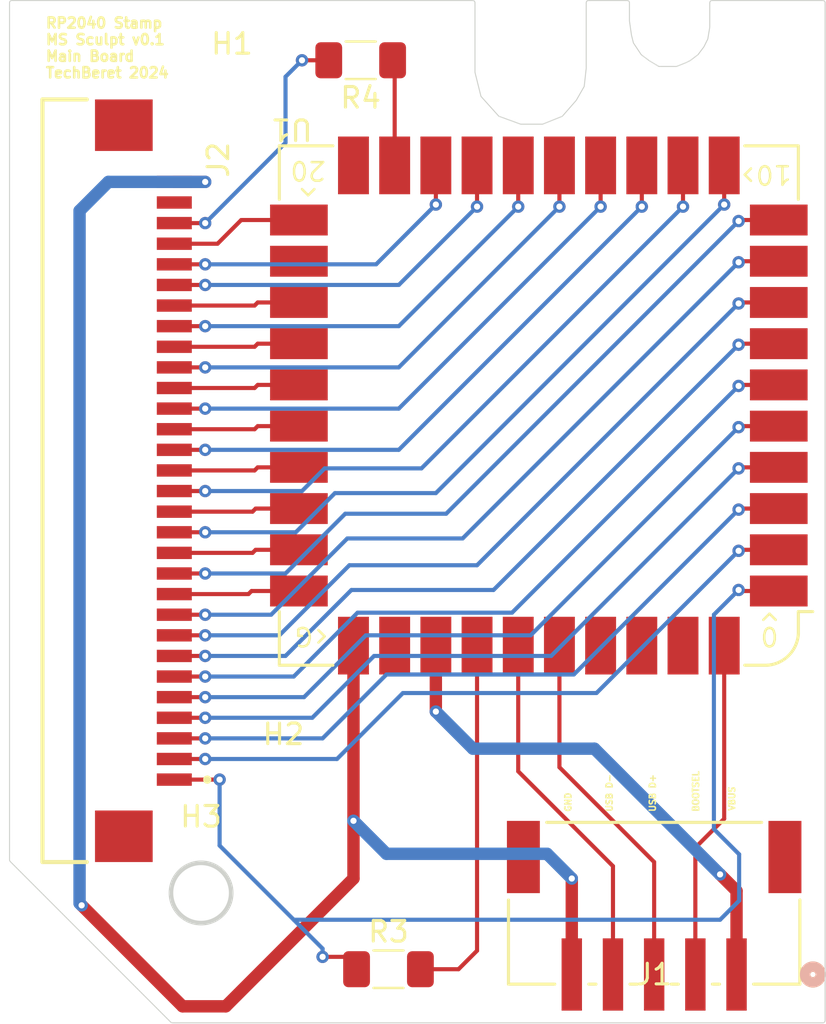
<source format=kicad_pcb>
(kicad_pcb (version 20240108) (generator "pcbnew") (generator_version "8.0")
  (layers (0 "F.Cu" signal) (31 "B.Cu" signal) (34 "B.Paste" user) (35 "F.Paste" user) (36 "B.SilkS" user "B.Silkscreen") (37 "F.SilkS" user "F.Silkscreen") (38 "B.Mask" user) (39 "F.Mask" user) (44 "Edge.Cuts" user))
  (net 0 "")
  (net 1 "/BOOTSEL")
  (net 2 "USB_D-")
  (net 6 "+3V3")
  (net 7 "GND")
  (net 8 "USB_D+")
  (net 9 "VBUS")
  (net 12 "/Col4")
  (net 13 "/Col17")
  (net 14 "/Row3")
  (net 15 "/Col2")
  (net 16 "/Col15")
  (net 17 "/RED+")
  (net 18 "/Col8")
  (net 19 "/Row6")
  (net 20 "/Row2")
  (net 21 "/Row7")
  (net 22 "/Col11")
  (net 23 "/Row1")
  (net 24 "/Col10")
  (net 25 "/Col5")
  (net 26 "/Col16")
  (net 27 "/GRE-")
  (net 28 "/Col6")
  (net 29 "/Col9")
  (net 30 "/Col12")
  (net 31 "/Fn")
  (net 32 "/Col14")
  (net 33 "/Row5")
  (net 34 "/Col3")
  (net 35 "/Col0")
  (net 36 "/Col1")
  (net 37 "/Row4")
  (net 38 "/Row0")
  (net 39 "/Col13")
  (net 40 "/Col7")
  (net 42 "/RedSrc")
  (net 43 "/GreenSrc")
  (footprint "MountingHole:MountingHole_2.7mm" (layer "F.Cu") (at 80.2 116.8)
    (property "Reference" "H3" (at 0 -3.7 0) (layer "F.SilkS"))
    (property "Value" "MountingHole")
    (pad "" np_thru_hole circle (at 0 0) (size 2.7 2.7) (drill 2.7) (layers "*.Cu" "*.Mask"))
  )
  (footprint "sbc:RP2040_Stamp" (layer "F.Cu") (at 96.6 93.15 180)
    (property "Reference" "U1" (at 12 13.4 180) (layer "F.SilkS"))
    (property "Value" "RP2040_Stamp")
    (fp_line (start 12.6 12.6) (end 10 12.6) (stroke (width 0.15)) (layer "F.SilkS"))
    (fp_line (start 12.6 10) (end 12.6 12.6) (stroke (width 0.15)) (layer "F.SilkS"))
    (fp_line (start 12.6 -12.6) (end 12.6 -10) (stroke (width 0.15)) (layer "F.SilkS"))
    (fp_line (start 11.5 10.5) (end 11.2 10.2) (stroke (width 0.12)) (layer "F.SilkS"))
    (fp_line (start 11.2 10.2) (end 10.9 10.5) (stroke (width 0.12)) (layer "F.SilkS"))
    (fp_line (start 10.7 -11.5) (end 10.4 -11.2) (stroke (width 0.12)) (layer "F.SilkS"))
    (fp_line (start 10.4 -11.2) (end 10.7 -10.9) (stroke (width 0.12)) (layer "F.SilkS"))
    (fp_line (start 10 -12.6) (end 12.6 -12.6) (stroke (width 0.15)) (layer "F.SilkS"))
    (fp_line (start -10 12.6) (end -12.6 12.6) (stroke (width 0.15)) (layer "F.SilkS"))
    (fp_line (start -10 11.2) (end -10.3 10.9) (stroke (width 0.12)) (layer "F.SilkS"))
    (fp_line (start -10.3 11.5) (end -10 11.2) (stroke (width 0.12)) (layer "F.SilkS"))
    (fp_line (start -11.1 -12.6) (end -10 -12.6) (stroke (width 0.15)) (layer "F.SilkS"))
    (fp_line (start -11.2 -10.1) (end -10.9 -10.4) (stroke (width 0.12)) (layer "F.SilkS"))
    (fp_line (start -11.5 -10.4) (end -11.2 -10.1) (stroke (width 0.12)) (layer "F.SilkS"))
    (fp_line (start -12.6 12.6) (end -12.6 10) (stroke (width 0.15)) (layer "F.SilkS"))
    (fp_line (start -12.6 -10) (end -12.6 -11.1) (stroke (width 0.15)) (layer "F.SilkS"))
    (fp_line (start -12.6 -10) (end -13.3 -10) (stroke (width 0.15)) (layer "F.SilkS"))
    (fp_arc (start -12.6 -11.1) (mid -12.129432 -12.129432) (end -11.1 -12.6) (stroke (width 0.15)) (layer "F.SilkS"))
    (fp_text user "0" (at -11.2 -11.2 180) (layer "F.SilkS") (effects (font (size 0.9 0.9) (thickness 0.12))))
    (fp_text user "G" (at 11.4 -11.2 180) (layer "F.SilkS") (effects (font (size 0.9 0.9) (thickness 0.12))))
    (fp_text user "10" (at -11.4 11.2 180) (layer "F.SilkS") (effects (font (size 0.9 0.9) (thickness 0.12))))
    (fp_text user "20" (at 11.2 11.4 180) (layer "F.SilkS") (effects (font (size 0.9 0.9) (thickness 0.12))))
    (pad "1" smd rect (at -11.65 -9 180) (size 2.8 1.5) (layers "F.Cu" "F.Paste" "F.Mask") (net 31 "/Fn"))
    (pad "2" smd rect (at -11.65 -7 180) (size 2.8 1.5) (layers "F.Cu" "F.Paste" "F.Mask") (net 38 "/Row0"))
    (pad "3" smd rect (at -11.65 -5 180) (size 2.8 1.5) (layers "F.Cu" "F.Paste" "F.Mask") (net 23 "/Row1"))
    (pad "4" smd rect (at -11.65 -3 180) (size 2.8 1.5) (layers "F.Cu" "F.Paste" "F.Mask") (net 20 "/Row2"))
    (pad "5" smd rect (at -11.65 -1 180) (size 2.8 1.5) (layers "F.Cu" "F.Paste" "F.Mask") (net 14 "/Row3"))
    (pad "6" smd rect (at -11.65 1 180) (size 2.8 1.5) (layers "F.Cu" "F.Paste" "F.Mask") (net 37 "/Row4"))
    (pad "7" smd rect (at -11.65 3 180) (size 2.8 1.5) (layers "F.Cu" "F.Paste" "F.Mask") (net 33 "/Row5"))
    (pad "8" smd rect (at -11.65 5 180) (size 2.8 1.5) (layers "F.Cu" "F.Paste" "F.Mask") (net 19 "/Row6"))
    (pad "9" smd rect (at -11.65 7 180) (size 2.8 1.5) (layers "F.Cu" "F.Paste" "F.Mask") (net 21 "/Row7"))
    (pad "10" smd rect (at -11.65 9 180) (size 2.8 1.5) (layers "F.Cu" "F.Paste" "F.Mask") (net 36 "/Col1"))
    (pad "11" smd rect (at -9 11.65 90) (size 2.8 1.5) (layers "F.Cu" "F.Paste" "F.Mask") (net 34 "/Col3"))
    (pad "12" smd rect (at -7 11.65 90) (size 2.8 1.5) (layers "F.Cu" "F.Paste" "F.Mask") (net 25 "/Col5"))
    (pad "13" smd rect (at -5 11.65 90) (size 2.8 1.5) (layers "F.Cu" "F.Paste" "F.Mask") (net 40 "/Col7"))
    (pad "14" smd rect (at -3 11.65 90) (size 2.8 1.5) (layers "F.Cu" "F.Paste" "F.Mask") (net 29 "/Col9"))
    (pad "15" smd rect (at -1 11.65 90) (size 2.8 1.5) (layers "F.Cu" "F.Paste" "F.Mask") (net 22 "/Col11"))
    (pad "16" smd rect (at 1 11.65 90) (size 2.8 1.5) (layers "F.Cu" "F.Paste" "F.Mask") (net 39 "/Col13"))
    (pad "17" smd rect (at 3 11.65 90) (size 2.8 1.5) (layers "F.Cu" "F.Paste" "F.Mask") (net 16 "/Col15"))
    (pad "18" smd rect (at 5 11.65 90) (size 2.8 1.5) (layers "F.Cu" "F.Paste" "F.Mask") (net 26 "/Col16"))
    (pad "19" smd rect (at 7 11.65 90) (size 2.8 1.5) (layers "F.Cu" "F.Paste" "F.Mask") (net 42 "/RedSrc"))
    (pad "20" smd rect (at 9 11.65 90) (size 2.8 1.5) (layers "F.Cu" "F.Paste" "F.Mask") (net 43 "/GreenSrc"))
    (pad "21" smd rect (at 11.65 9 180) (size 2.8 1.5) (layers "F.Cu" "F.Paste" "F.Mask") (net 13 "/Col17"))
    (pad "22" smd rect (at 11.65 7 180) (size 2.8 1.5) (layers "F.Cu" "F.Paste" "F.Mask"))
    (pad "23" smd rect (at 11.65 5 180) (size 2.8 1.5) (layers "F.Cu" "F.Paste" "F.Mask") (net 32 "/Col14"))
    (pad "24" smd rect (at 11.65 3 180) (size 2.8 1.5) (layers "F.Cu" "F.Paste" "F.Mask") (net 30 "/Col12"))
    (pad "25" smd rect (at 11.65 1 180) (size 2.8 1.5) (layers "F.Cu" "F.Paste" "F.Mask") (net 24 "/Col10"))
    (pad "26" smd rect (at 11.65 -1 180) (size 2.8 1.5) (layers "F.Cu" "F.Paste" "F.Mask") (net 18 "/Col8"))
    (pad "27" smd rect (at 11.65 -3 180) (size 2.8 1.5) (layers "F.Cu" "F.Paste" "F.Mask") (net 28 "/Col6"))
    (pad "28" smd rect (at 11.65 -5 180) (size 2.8 1.5) (layers "F.Cu" "F.Paste" "F.Mask") (net 12 "/Col4"))
    (pad "29" smd rect (at 11.65 -7 180) (size 2.8 1.5) (layers "F.Cu" "F.Paste" "F.Mask") (net 15 "/Col2"))
    (pad "30" smd rect (at 11.65 -9 180) (size 2.8 1.5) (layers "F.Cu" "F.Paste" "F.Mask") (net 35 "/Col0"))
    (pad "31" smd rect (at 9 -11.65 90) (size 2.8 1.5) (layers "F.Cu" "F.Paste" "F.Mask") (net 7 "GND"))
    (pad "32" smd rect (at 7 -11.65 90) (size 2.8 1.5) (layers "F.Cu" "F.Paste" "F.Mask"))
    (pad "33" smd rect (at 5 -11.65 90) (size 2.8 1.5) (layers "F.Cu" "F.Paste" "F.Mask") (net 9 "VBUS"))
    (pad "34" smd rect (at 3 -11.65 90) (size 2.8 1.5) (layers "F.Cu" "F.Paste" "F.Mask") (net 6 "+3V3"))
    (pad "35" smd rect (at 1 -11.65 90) (size 2.8 1.5) (layers "F.Cu" "F.Paste" "F.Mask") (net 2 "USB_D-"))
    (pad "36" smd rect (at -1 -11.65 90) (size 2.8 1.5) (layers "F.Cu" "F.Paste" "F.Mask") (net 8 "USB_D+"))
    (pad "37" smd rect (at -3 -11.65 90) (size 2.8 1.5) (layers "F.Cu" "F.Paste" "F.Mask"))
    (pad "38" smd rect (at -5 -11.65 90) (size 2.8 1.5) (layers "F.Cu" "F.Paste" "F.Mask"))
    (pad "39" smd rect (at -7 -11.65 90) (size 2.8 1.5) (layers "F.Cu" "F.Paste" "F.Mask"))
    (pad "40" smd rect (at -9 -11.65 90) (size 2.8 1.5) (layers "F.Cu" "F.Paste" "F.Mask") (net 1 "/BOOTSEL"))
  )
  (footprint "MountingHole:MountingHole_2.2mm_M2" (layer "F.Cu") (at 81.7 78.8)
    (property "Reference" "H1" (at 0 -3.2 0) (layer "F.SilkS"))
    (property "Value" "MountingHole")
    (pad "" np_thru_hole circle (at 0 0) (size 2.2 2.2) (drill 2.2) (layers "*.Cu" "*.Mask"))
  )
  (footprint "MountingHole:MountingHole_2.2mm_M2" (layer "F.Cu") (at 84.2 112.3)
    (property "Reference" "H2" (at 0 -3.2 0) (layer "F.SilkS"))
    (property "Value" "MountingHole")
    (pad "" np_thru_hole circle (at 0 0) (size 2.2 2.2) (drill 2.2) (layers "*.Cu" "*.Mask"))
  )
  (footprint "connector:FFC3B07_30_T" (layer "F.Cu") (at 76.45 96.8 -90)
    (property "Reference" "J2" (at -15.575 -4.585 90) (layer "F.SilkS"))
    (property "Value" "FFC3B07-30-T")
    (fp_line (start -18.5 3.95) (end 18.5 3.95) (stroke (width 0.2)) (layer "F.SilkS"))
    (fp_line (start 18.5 3.95) (end 18.5 1.8) (stroke (width 0.2)) (layer "F.SilkS"))
    (fp_line (start -18.5 1.8) (end -18.5 3.95) (stroke (width 0.2)) (layer "F.SilkS"))
    (fp_circle (center 14.5 -4.05) (end 14.6 -4.05) (stroke (width 0.2)) (fill none) (layer "F.SilkS"))
    (pad "1" smd rect (at 14.5 -2.45 270) (size 0.6 1.7) (layers "F.Cu" "F.Paste" "F.Mask") (net 31 "/Fn"))
    (pad "2" smd rect (at 13.5 -2.45 270) (size 0.6 1.7) (layers "F.Cu" "F.Paste" "F.Mask") (net 38 "/Row0"))
    (pad "3" smd rect (at 12.5 -2.45 270) (size 0.6 1.7) (layers "F.Cu" "F.Paste" "F.Mask") (net 23 "/Row1"))
    (pad "4" smd rect (at 11.5 -2.45 270) (size 0.6 1.7) (layers "F.Cu" "F.Paste" "F.Mask") (net 20 "/Row2"))
    (pad "5" smd rect (at 10.5 -2.45 270) (size 0.6 1.7) (layers "F.Cu" "F.Paste" "F.Mask") (net 14 "/Row3"))
    (pad "6" smd rect (at 9.5 -2.45 270) (size 0.6 1.7) (layers "F.Cu" "F.Paste" "F.Mask") (net 37 "/Row4"))
    (pad "7" smd rect (at 8.5 -2.45 270) (size 0.6 1.7) (layers "F.Cu" "F.Paste" "F.Mask") (net 33 "/Row5"))
    (pad "8" smd rect (at 7.5 -2.45 270) (size 0.6 1.7) (layers "F.Cu" "F.Paste" "F.Mask") (net 19 "/Row6"))
    (pad "9" smd rect (at 6.5 -2.45 270) (size 0.6 1.7) (layers "F.Cu" "F.Paste" "F.Mask") (net 21 "/Row7"))
    (pad "10" smd rect (at 5.5 -2.45 270) (size 0.6 1.7) (layers "F.Cu" "F.Paste" "F.Mask") (net 35 "/Col0"))
    (pad "11" smd rect (at 4.5 -2.45 270) (size 0.6 1.7) (layers "F.Cu" "F.Paste" "F.Mask") (net 36 "/Col1"))
    (pad "12" smd rect (at 3.5 -2.45 270) (size 0.6 1.7) (layers "F.Cu" "F.Paste" "F.Mask") (net 15 "/Col2"))
    (pad "13" smd rect (at 2.5 -2.45 270) (size 0.6 1.7) (layers "F.Cu" "F.Paste" "F.Mask") (net 34 "/Col3"))
    (pad "14" smd rect (at 1.5 -2.45 270) (size 0.6 1.7) (layers "F.Cu" "F.Paste" "F.Mask") (net 12 "/Col4"))
    (pad "15" smd rect (at 0.5 -2.45 270) (size 0.6 1.7) (layers "F.Cu" "F.Paste" "F.Mask") (net 25 "/Col5"))
    (pad "16" smd rect (at -0.5 -2.45 270) (size 0.6 1.7) (layers "F.Cu" "F.Paste" "F.Mask") (net 28 "/Col6"))
    (pad "17" smd rect (at -1.5 -2.45 270) (size 0.6 1.7) (layers "F.Cu" "F.Paste" "F.Mask") (net 40 "/Col7"))
    (pad "18" smd rect (at -2.5 -2.45 270) (size 0.6 1.7) (layers "F.Cu" "F.Paste" "F.Mask") (net 18 "/Col8"))
    (pad "19" smd rect (at -3.5 -2.45 270) (size 0.6 1.7) (layers "F.Cu" "F.Paste" "F.Mask") (net 29 "/Col9"))
    (pad "20" smd rect (at -4.5 -2.45 270) (size 0.6 1.7) (layers "F.Cu" "F.Paste" "F.Mask") (net 24 "/Col10"))
    (pad "21" smd rect (at -5.5 -2.45 270) (size 0.6 1.7) (layers "F.Cu" "F.Paste" "F.Mask") (net 22 "/Col11"))
    (pad "22" smd rect (at -6.5 -2.45 270) (size 0.6 1.7) (layers "F.Cu" "F.Paste" "F.Mask") (net 30 "/Col12"))
    (pad "23" smd rect (at -7.5 -2.45 270) (size 0.6 1.7) (layers "F.Cu" "F.Paste" "F.Mask") (net 39 "/Col13"))
    (pad "24" smd rect (at -8.5 -2.45 270) (size 0.6 1.7) (layers "F.Cu" "F.Paste" "F.Mask") (net 32 "/Col14"))
    (pad "25" smd rect (at -9.5 -2.45 270) (size 0.6 1.7) (layers "F.Cu" "F.Paste" "F.Mask") (net 16 "/Col15"))
    (pad "26" smd rect (at -10.5 -2.45 270) (size 0.6 1.7) (layers "F.Cu" "F.Paste" "F.Mask") (net 26 "/Col16"))
    (pad "27" smd rect (at -11.5 -2.45 270) (size 0.6 1.7) (layers "F.Cu" "F.Paste" "F.Mask") (net 13 "/Col17"))
    (pad "28" smd rect (at -12.5 -2.45 270) (size 0.6 1.7) (layers "F.Cu" "F.Paste" "F.Mask") (net 17 "/RED+"))
    (pad "29" smd rect (at -13.5 -2.45 270) (size 0.6 1.7) (layers "F.Cu" "F.Paste" "F.Mask") (net 27 "/GRE-"))
    (pad "30" smd rect (at -14.5 -2.45 270) (size 0.6 1.7) (layers "F.Cu" "F.Paste" "F.Mask") (net 7 "GND"))
    (pad "S1" smd rect (at 17.25 0 270) (size 2.5 2.8) (layers "F.Cu" "F.Paste" "F.Mask"))
    (pad "S2" smd rect (at -17.25 0 270) (size 2.5 2.8) (layers "F.Cu" "F.Paste" "F.Mask"))
  )
  (footprint "Resistor_SMD:R_1206_3216Metric_Pad1.30x1.75mm_HandSolder" (layer "F.Cu") (at 89.3 120.5)
    (property "Reference" "R3" (at 0 -1.82 0) (layer "F.SilkS"))
    (property "Value" "100k")
    (fp_line (start -0.727064 -0.91) (end 0.727064 -0.91) (stroke (width 0.12)) (layer "F.SilkS"))
    (fp_line (start -0.727064 0.91) (end 0.727064 0.91) (stroke (width 0.12)) (layer "F.SilkS"))
    (pad "1" smd roundrect (at -1.55 0) (size 1.3 1.75) (layers "F.Cu" "F.Paste" "F.Mask") (roundrect_rratio 0.192308) (net 31 "/Fn"))
    (pad "2" smd roundrect (at 1.55 0) (size 1.3 1.75) (layers "F.Cu" "F.Paste" "F.Mask") (roundrect_rratio 0.192308) (net 6 "+3V3"))
  )
  (footprint "Resistor_SMD:R_1206_3216Metric_Pad1.30x1.75mm_HandSolder" (layer "F.Cu") (at 87.95 76.4 180)
    (property "Reference" "R4" (at 0 -1.82 180) (layer "F.SilkS"))
    (property "Value" "100R")
    (fp_line (start -0.727064 0.91) (end 0.727064 0.91) (stroke (width 0.12)) (layer "F.SilkS"))
    (fp_line (start -0.727064 -0.91) (end 0.727064 -0.91) (stroke (width 0.12)) (layer "F.SilkS"))
    (pad "1" smd roundrect (at -1.55 0 180) (size 1.3 1.75) (layers "F.Cu" "F.Paste" "F.Mask") (roundrect_rratio 0.192308) (net 42 "/RedSrc"))
    (pad "2" smd roundrect (at 1.55 0 180) (size 1.3 1.75) (layers "F.Cu" "F.Paste" "F.Mask") (roundrect_rratio 0.192308) (net 17 "/RED+"))
  )
  (footprint "connector:S5B_PH_SM4_TB" (layer "F.Cu") (at 102.2 117.3)
    (property "Reference" "J1" (at 0 3.4557 0) (layer "F.SilkS"))
    (property "Value" "S5B-PH-SM4-TB")
    (fp_circle (center 7.7089 3.4557) (end 8.0899 3.4557) (stroke (width 0.508)) (fill none) (layer "B.SilkS"))
    (fp_line (start -7.0739 -0.158961) (end -7.0739 3.9243) (stroke (width 0.1524)) (layer "F.SilkS"))
    (fp_line (start -7.0739 3.9243) (end -4.82804 3.9243) (stroke (width 0.1524)) (layer "F.SilkS"))
    (fp_line (start -3.17196 3.9243) (end -2.828041 3.9243) (stroke (width 0.1524)) (layer "F.SilkS"))
    (fp_line (start -1.171961 3.9243) (end -0.82804 3.9243) (stroke (width 0.1524)) (layer "F.SilkS"))
    (fp_line (start 0.82804 3.9243) (end 1.171961 3.9243) (stroke (width 0.1524)) (layer "F.SilkS"))
    (fp_line (start 2.828041 3.9243) (end 3.17196 3.9243) (stroke (width 0.1524)) (layer "F.SilkS"))
    (fp_line (start 4.82804 3.9243) (end 7.0739 3.9243) (stroke (width 0.1524)) (layer "F.SilkS"))
    (fp_line (start 5.21716 -3.9243) (end -5.21716 -3.9243) (stroke (width 0.1524)) (layer "F.SilkS"))
    (fp_line (start 7.0739 3.9243) (end 7.0739 -0.158961) (stroke (width 0.1524)) (layer "F.SilkS"))
    (fp_circle (center 7.7089 3.4557) (end 8.0899 3.4557) (stroke (width 0.508)) (fill none) (layer "F.SilkS"))
    (pad "1" smd rect (at 4 3.4557) (size 0.9906 3.5052) (layers "F.Cu" "F.Paste" "F.Mask") (net 9 "VBUS"))
    (pad "2" smd rect (at 2.000001 3.4557) (size 0.9906 3.5052) (layers "F.Cu" "F.Paste" "F.Mask") (net 1 "/BOOTSEL"))
    (pad "3" smd rect (at 0 3.4557) (size 0.9906 3.5052) (layers "F.Cu" "F.Paste" "F.Mask") (net 8 "USB_D+"))
    (pad "4" smd rect (at -2.000001 3.4557) (size 0.9906 3.5052) (layers "F.Cu" "F.Paste" "F.Mask") (net 2 "USB_D-"))
    (pad "5" smd rect (at -4 3.4557) (size 0.9906 3.5052) (layers "F.Cu" "F.Paste" "F.Mask") (net 7 "GND"))
    (pad "6" smd rect (at -6.35 -2.244301) (size 1.6002 3.5052) (layers "F.Cu" "F.Paste" "F.Mask"))
    (pad "7" smd rect (at 6.35 -2.244301) (size 1.6002 3.5052) (layers "F.Cu" "F.Paste" "F.Mask"))
  )
  (gr_circle (center 80.2 116.8) (end 81.75 116.8) (stroke (width 0.05)) (fill solid) (layer "Edge.Cuts"))
  (gr_poly (pts (xy 93.458779 73.519098) (xy 93.495106 73.569098) (xy 93.5 73.6) (xy 93.5 76.98769) (xy 93.790978 78.151603) (xy 94.657631 79.11455) (xy 95.717616 79.5) (xy 96.780741 79.5) (xy 97.740559 79.116072) (xy 98.418146 78.341687) (xy 98.802899 77.668369) (xy 98.9 76.794465) (xy 98.9 73.6) (xy 98.919098 73.541221) (xy 98.969098 73.504894) (xy 99 73.5) (xy 100.9 73.5) (xy 100.958779 73.519098) (xy 100.995106 73.569098) (xy 101 73.6) (xy 101 74.492893) (xy 101.098265 75.180752) (xy 101.192813 75.558942) (xy 101.573703 76.130277) (xy 101.955873 76.416905) (xy 102.427698 76.7) (xy 103.280741 76.7) (xy 103.759001 76.508696) (xy 103.947214 76.414589) (xy 104.328571 76.128571) (xy 104.614589 75.747214) (xy 104.803833 75.368726) (xy 104.9 74.791726) (xy 104.9 73.6) (xy 104.919098 73.541221) (xy 104.969098 73.504894) (xy 105 73.5) (xy 110.4 73.5) (xy 110.458779 73.519098) (xy 110.495106 73.569098) (xy 110.5 73.6) (xy 110.5 123) (xy 110.480902 123.058779) (xy 110.430902 123.095106) (xy 110.4 123.1) (xy 78.8 123.1) (xy 78.741221 123.080902) (xy 78.729289 123.070711) (xy 70.929289 115.270711) (xy 70.901231 115.215643) (xy 70.9 115.2) (xy 70.9 73.6) (xy 70.919098 73.541221) (xy 70.969098 73.504894) (xy 71 73.5) (xy 93.4 73.5)) (stroke (width 0.05)) (fill none) (layer "Edge.Cuts"))
  (gr_text "USB D-" (at 100.2 112.9 90) (layer "F.SilkS") (effects (font (size 0.3 0.3) (thickness 0.075) (bold yes)) (justify left bottom)))
  (gr_text "VBUS" (at 106.15 112.85 90) (layer "F.SilkS") (effects (font (size 0.3 0.3) (thickness 0.075) (bold yes)) (justify left bottom)))
  (gr_text "GND" (at 98.2 112.9 90) (layer "F.SilkS") (effects (font (size 0.3 0.3) (thickness 0.075) (bold yes)) (justify left bottom)))
  (gr_text "RP2040 Stamp\nMS Sculpt v0.1\nMain Board\nTechBeret 2024" (at 72.6 77.3 0) (layer "F.SilkS") (effects (font (size 0.5 0.5) (thickness 0.125) (bold yes)) (justify left bottom)))
  (gr_text "USB D+" (at 102.3 112.9 90) (layer "F.SilkS") (effects (font (size 0.3 0.3) (thickness 0.075) (bold yes)) (justify left bottom)))
  (gr_text "BOOTSEL\n" (at 104.4 112.9 90) (layer "F.SilkS") (effects (font (size 0.3 0.3) (thickness 0.075) (bold yes)) (justify left bottom)))
  (segment (start 105.6 113.2) (end 104.200001 114.599999) (width 0.2) (layer "F.Cu") (net 1))
  (segment (start 104.200001 114.599999) (end 104.200001 120.7557) (width 0.2) (layer "F.Cu") (net 1))
  (segment (start 105.6 104.8) (end 105.6 113.2) (width 0.2) (layer "F.Cu") (net 1))
  (segment (start 95.6 104.8) (end 95.6 110.9) (width 0.2) (layer "F.Cu") (net 2))
  (segment (start 95.6 110.9) (end 100.199999 115.499999) (width 0.2) (layer "F.Cu") (net 2))
  (segment (start 100.199999 115.499999) (end 100.199999 120.7557) (width 0.2) (layer "F.Cu") (net 2))
  (segment (start 93.6 119.6) (end 92.7 120.5) (width 0.2) (layer "F.Cu") (net 6))
  (segment (start 92.7 120.5) (end 90.85 120.5) (width 0.2) (layer "F.Cu") (net 6))
  (segment (start 93.6 104.8) (end 93.6 119.6) (width 0.2) (layer "F.Cu") (net 6))
  (segment (start 80.4 82.3) (end 78.9 82.3) (width 0.6) (layer "F.Cu") (net 7))
  (segment (start 79.3 122.3) (end 74.4 117.4) (width 0.6) (layer "F.Cu") (net 7))
  (segment (start 81.4 122.3) (end 79.3 122.3) (width 0.6) (layer "F.Cu") (net 7))
  (segment (start 87.6 116.1) (end 81.4 122.3) (width 0.6) (layer "F.Cu") (net 7))
  (segment (start 98.2 120.7557) (end 98.2 116.1) (width 0.6) (layer "F.Cu") (net 7))
  (segment (start 87.6 113.3) (end 87.6 104.8) (width 0.6) (layer "F.Cu") (net 7))
  (segment (start 87.6 113.3) (end 87.6 116.1) (width 0.6) (layer "F.Cu") (net 7))
  (via (at 80.4 82.3) (size 0.6) (drill 0.3) (layers "F.Cu" "B.Cu") (net 7))
  (via (at 98.2 116.1) (size 0.6) (drill 0.3) (layers "F.Cu" "B.Cu") (net 7))
  (via (at 74.4 117.4) (size 0.6) (drill 0.3) (layers "F.Cu" "B.Cu") (net 7))
  (via (at 87.6 113.3) (size 0.6) (drill 0.3) (layers "F.Cu" "B.Cu") (net 7))
  (segment (start 87.6 113.3) (end 89.2 114.9) (width 0.6) (layer "B.Cu") (net 7))
  (segment (start 97 114.9) (end 98.2 116.1) (width 0.6) (layer "B.Cu") (net 7))
  (segment (start 74.3 117.3) (end 74.4 117.4) (width 0.6) (layer "B.Cu") (net 7))
  (segment (start 89.2 114.9) (end 97 114.9) (width 0.6) (layer "B.Cu") (net 7))
  (segment (start 75.7 82.3) (end 80.4 82.3) (width 0.6) (layer "B.Cu") (net 7))
  (segment (start 74.3 83.7) (end 74.3 117.3) (width 0.6) (layer "B.Cu") (net 7))
  (segment (start 75.7 82.3) (end 74.3 83.7) (width 0.6) (layer "B.Cu") (net 7))
  (segment (start 97.6 110.7) (end 102.2 115.3) (width 0.2) (layer "F.Cu") (net 8))
  (segment (start 102.2 115.3) (end 102.2 120.7557) (width 0.2) (layer "F.Cu") (net 8))
  (segment (start 97.6 104.8) (end 97.6 110.7) (width 0.2) (layer "F.Cu") (net 8))
  (segment (start 106.2 120.7557) (end 106.2 116.7) (width 0.6) (layer "F.Cu") (net 9))
  (segment (start 106.2 116.7) (end 105.4 115.9) (width 0.6) (layer "F.Cu") (net 9))
  (segment (start 91.6 108) (end 91.6 104.8) (width 0.6) (layer "F.Cu") (net 9))
  (via (at 91.6 108) (size 0.6) (drill 0.3) (layers "F.Cu" "B.Cu") (net 9))
  (via (at 105.4 115.9) (size 0.6) (drill 0.3) (layers "F.Cu" "B.Cu") (net 9))
  (segment (start 105.4 115.9) (end 99.3 109.8) (width 0.6) (layer "B.Cu") (net 9))
  (segment (start 99.3 109.8) (end 93.4 109.8) (width 0.6) (layer "B.Cu") (net 9))
  (segment (start 93.4 109.8) (end 91.6 108) (width 0.6) (layer "B.Cu") (net 9))
  (segment (start 82.7 98.3) (end 78.9 98.3) (width 0.2) (layer "F.Cu") (net 12))
  (segment (start 82.85 98.15) (end 82.7 98.3) (width 0.2) (layer "F.Cu") (net 12))
  (segment (start 84.95 98.15) (end 82.85 98.15) (width 0.2) (layer "F.Cu") (net 12))
  (segment (start 84.95 84.15) (end 82.15 84.15) (width 0.2) (layer "F.Cu") (net 13))
  (segment (start 82.15 84.15) (end 81 85.3) (width 0.2) (layer "F.Cu") (net 13))
  (segment (start 81 85.3) (end 78.9 85.3) (width 0.2) (layer "F.Cu") (net 13))
  (segment (start 106.35 94.15) (end 106.3 94.2) (width 0.2) (layer "F.Cu") (net 14))
  (segment (start 80.4 107.3) (end 78.9 107.3) (width 0.2) (layer "F.Cu") (net 14))
  (segment (start 108.25 94.15) (end 106.35 94.15) (width 0.2) (layer "F.Cu") (net 14))
  (via (at 80.4 107.3) (size 0.6) (drill 0.3) (layers "F.Cu" "B.Cu") (net 14))
  (via (at 106.3 94.2) (size 0.6) (drill 0.3) (layers "F.Cu" "B.Cu") (net 14))
  (segment (start 88.2 104.3) (end 96.2 104.3) (width 0.2) (layer "B.Cu") (net 14))
  (segment (start 85.2 107.3) (end 80.4 107.3) (width 0.2) (layer "B.Cu") (net 14))
  (segment (start 88.2 104.3) (end 85.2 107.3) (width 0.2) (layer "B.Cu") (net 14))
  (segment (start 106.3 94.2) (end 96.2 104.3) (width 0.2) (layer "B.Cu") (net 14))
  (segment (start 82.85 100.15) (end 82.7 100.3) (width 0.2) (layer "F.Cu") (net 15))
  (segment (start 84.95 100.15) (end 82.85 100.15) (width 0.2) (layer "F.Cu") (net 15))
  (segment (start 82.7 100.3) (end 78.9 100.3) (width 0.2) (layer "F.Cu") (net 15))
  (segment (start 93.6 81.5) (end 93.6 83.5) (width 0.2) (layer "F.Cu") (net 16))
  (segment (start 80.4 87.3) (end 78.9 87.3) (width 0.2) (layer "F.Cu") (net 16))
  (via (at 80.4 87.3) (size 0.6) (drill 0.3) (layers "F.Cu" "B.Cu") (net 16))
  (via (at 93.6 83.5) (size 0.6) (drill 0.3) (layers "F.Cu" "B.Cu") (net 16))
  (segment (start 80.4 87.3) (end 89.8 87.3) (width 0.2) (layer "B.Cu") (net 16))
  (segment (start 93.6 83.5) (end 89.8 87.3) (width 0.2) (layer "B.Cu") (net 16))
  (segment (start 86.4 76.4) (end 85.1 76.4) (width 0.2) (layer "F.Cu") (net 17))
  (segment (start 80.4 84.3) (end 78.9 84.3) (width 0.2) (layer "F.Cu") (net 17))
  (via (at 85.1 76.4) (size 0.6) (drill 0.3) (layers "F.Cu" "B.Cu") (net 17))
  (via (at 80.4 84.3) (size 0.6) (drill 0.3) (layers "F.Cu" "B.Cu") (net 17))
  (segment (start 85.1 76.4) (end 84.3 77.2) (width 0.2) (layer "B.Cu") (net 17))
  (segment (start 84.3 77.2) (end 84.3 80.4) (width 0.2) (layer "B.Cu") (net 17))
  (segment (start 80.4 84.3) (end 84.3 80.4) (width 0.2) (layer "B.Cu") (net 17))
  (segment (start 82.8 94.3) (end 78.9 94.3) (width 0.2) (layer "F.Cu") (net 18))
  (segment (start 82.95 94.15) (end 82.8 94.3) (width 0.2) (layer "F.Cu") (net 18))
  (segment (start 84.95 94.15) (end 82.95 94.15) (width 0.2) (layer "F.Cu") (net 18))
  (segment (start 106.35 88.15) (end 106.3 88.2) (width 0.2) (layer "F.Cu") (net 19))
  (segment (start 80.4 104.3) (end 78.9 104.3) (width 0.2) (layer "F.Cu") (net 19))
  (segment (start 108.25 88.15) (end 106.35 88.15) (width 0.2) (layer "F.Cu") (net 19))
  (via (at 80.4 104.3) (size 0.6) (drill 0.3) (layers "F.Cu" "B.Cu") (net 19))
  (via (at 106.3 88.2) (size 0.6) (drill 0.3) (layers "F.Cu" "B.Cu") (net 19))
  (segment (start 87.4 100.9) (end 93.6 100.9) (width 0.2) (layer "B.Cu") (net 19))
  (segment (start 84 104.3) (end 80.4 104.3) (width 0.2) (layer "B.Cu") (net 19))
  (segment (start 87.4 100.9) (end 84 104.3) (width 0.2) (layer "B.Cu") (net 19))
  (segment (start 106.3 88.2) (end 93.6 100.9) (width 0.2) (layer "B.Cu") (net 19))
  (segment (start 80.4 108.3) (end 78.9 108.3) (width 0.2) (layer "F.Cu") (net 20))
  (segment (start 108.25 96.15) (end 106.35 96.15) (width 0.2) (layer "F.Cu") (net 20))
  (segment (start 106.35 96.15) (end 106.3 96.2) (width 0.2) (layer "F.Cu") (net 20))
  (via (at 106.3 96.2) (size 0.6) (drill 0.3) (layers "F.Cu" "B.Cu") (net 20))
  (via (at 80.4 108.3) (size 0.6) (drill 0.3) (layers "F.Cu" "B.Cu") (net 20))
  (segment (start 88.6 105.3) (end 85.6 108.3) (width 0.2) (layer "B.Cu") (net 20))
  (segment (start 106.3 96.2) (end 97.2 105.3) (width 0.2) (layer "B.Cu") (net 20))
  (segment (start 85.6 108.3) (end 80.4 108.3) (width 0.2) (layer "B.Cu") (net 20))
  (segment (start 97.2 105.3) (end 88.6 105.3) (width 0.2) (layer "B.Cu") (net 20))
  (segment (start 108.25 86.15) (end 106.35 86.15) (width 0.2) (layer "F.Cu") (net 21))
  (segment (start 106.35 86.15) (end 106.3 86.2) (width 0.2) (layer "F.Cu") (net 21))
  (segment (start 80.4 103.3) (end 78.9 103.3) (width 0.2) (layer "F.Cu") (net 21))
  (via (at 106.3 86.2) (size 0.6) (drill 0.3) (layers "F.Cu" "B.Cu") (net 21))
  (via (at 80.4 103.3) (size 0.6) (drill 0.3) (layers "F.Cu" "B.Cu") (net 21))
  (segment (start 87.3 99.6) (end 83.6 103.3) (width 0.2) (layer "B.Cu") (net 21))
  (segment (start 106.3 86.2) (end 92.9 99.6) (width 0.2) (layer "B.Cu") (net 21))
  (segment (start 87.3 99.6) (end 92.9 99.6) (width 0.2) (layer "B.Cu") (net 21))
  (segment (start 83.6 103.3) (end 80.4 103.3) (width 0.2) (layer "B.Cu") (net 21))
  (segment (start 80.4 91.3) (end 78.9 91.3) (width 0.2) (layer "F.Cu") (net 22))
  (segment (start 97.6 81.5) (end 97.6 83.5) (width 0.2) (layer "F.Cu") (net 22))
  (via (at 97.6 83.5) (size 0.6) (drill 0.3) (layers "F.Cu" "B.Cu") (net 22))
  (via (at 80.4 91.3) (size 0.6) (drill 0.3) (layers "F.Cu" "B.Cu") (net 22))
  (segment (start 89.8 91.3) (end 97.6 83.5) (width 0.2) (layer "B.Cu") (net 22))
  (segment (start 89.8 91.3) (end 80.4 91.3) (width 0.2) (layer "B.Cu") (net 22))
  (segment (start 108.25 98.15) (end 106.35 98.15) (width 0.2) (layer "F.Cu") (net 23))
  (segment (start 80.4 109.3) (end 78.9 109.3) (width 0.2) (layer "F.Cu") (net 23))
  (segment (start 106.35 98.15) (end 106.3 98.2) (width 0.2) (layer "F.Cu") (net 23))
  (via (at 80.4 109.3) (size 0.6) (drill 0.3) (layers "F.Cu" "B.Cu") (net 23))
  (via (at 106.3 98.2) (size 0.6) (drill 0.3) (layers "F.Cu" "B.Cu") (net 23))
  (segment (start 86.1 109.3) (end 80.4 109.3) (width 0.2) (layer "B.Cu") (net 23))
  (segment (start 106.3 98.2) (end 98.3 106.2) (width 0.2) (layer "B.Cu") (net 23))
  (segment (start 98.3 106.2) (end 89.2 106.2) (width 0.2) (layer "B.Cu") (net 23))
  (segment (start 89.2 106.2) (end 86.1 109.3) (width 0.2) (layer "B.Cu") (net 23))
  (segment (start 82.95 92.15) (end 82.8 92.3) (width 0.2) (layer "F.Cu") (net 24))
  (segment (start 82.8 92.3) (end 78.9 92.3) (width 0.2) (layer "F.Cu") (net 24))
  (segment (start 84.95 92.15) (end 82.95 92.15) (width 0.2) (layer "F.Cu") (net 24))
  (segment (start 103.6 81.5) (end 103.6 83.5) (width 0.2) (layer "F.Cu") (net 25))
  (segment (start 78.9 97.3) (end 80.4 97.3) (width 0.2) (layer "F.Cu") (net 25))
  (via (at 80.4 97.3) (size 0.6) (drill 0.3) (layers "F.Cu" "B.Cu") (net 25))
  (via (at 103.6 83.5) (size 0.6) (drill 0.3) (layers "F.Cu" "B.Cu") (net 25))
  (segment (start 90.9 96.2) (end 103.6 83.5) (width 0.2) (layer "B.Cu") (net 25))
  (segment (start 80.4 97.3) (end 85.1 97.3) (width 0.2) (layer "B.Cu") (net 25))
  (segment (start 86.2 96.2) (end 90.9 96.2) (width 0.2) (layer "B.Cu") (net 25))
  (segment (start 85.1 97.3) (end 86.2 96.2) (width 0.2) (layer "B.Cu") (net 25))
  (segment (start 80.4 86.3) (end 78.9 86.3) (width 0.2) (layer "F.Cu") (net 26))
  (segment (start 91.6 81.5) (end 91.6 83.4) (width 0.2) (layer "F.Cu") (net 26))
  (via (at 91.6 83.4) (size 0.6) (drill 0.3) (layers "F.Cu" "B.Cu") (net 26))
  (via (at 80.4 86.3) (size 0.6) (drill 0.3) (layers "F.Cu" "B.Cu") (net 26))
  (segment (start 88.7 86.3) (end 80.4 86.3) (width 0.2) (layer "B.Cu") (net 26))
  (segment (start 91.6 83.4) (end 88.7 86.3) (width 0.2) (layer "B.Cu") (net 26))
  (segment (start 82.8 96.3) (end 78.9 96.3) (width 0.2) (layer "F.Cu") (net 28))
  (segment (start 82.95 96.15) (end 82.8 96.3) (width 0.2) (layer "F.Cu") (net 28))
  (segment (start 84.95 96.15) (end 82.95 96.15) (width 0.2) (layer "F.Cu") (net 28))
  (segment (start 99.6 81.5) (end 99.6 83.5) (width 0.2) (layer "F.Cu") (net 29))
  (segment (start 80.4 93.3) (end 78.9 93.3) (width 0.2) (layer "F.Cu") (net 29))
  (via (at 99.6 83.5) (size 0.6) (drill 0.3) (layers "F.Cu" "B.Cu") (net 29))
  (via (at 80.4 93.3) (size 0.6) (drill 0.3) (layers "F.Cu" "B.Cu") (net 29))
  (segment (start 80.4 93.3) (end 89.8 93.3) (width 0.2) (layer "B.Cu") (net 29))
  (segment (start 89.8 93.3) (end 99.6 83.5) (width 0.2) (layer "B.Cu") (net 29))
  (segment (start 82.8 90.3) (end 78.9 90.3) (width 0.2) (layer "F.Cu") (net 30))
  (segment (start 82.95 90.15) (end 82.8 90.3) (width 0.2) (layer "F.Cu") (net 30))
  (segment (start 84.95 90.15) (end 82.95 90.15) (width 0.2) (layer "F.Cu") (net 30))
  (segment (start 86.1 119.9) (end 87.15 119.9) (width 0.2) (layer "F.Cu") (net 31))
  (segment (start 106.35 102.15) (end 106.3 102.1) (width 0.2) (layer "F.Cu") (net 31))
  (segment (start 87.15 119.9) (end 87.75 120.5) (width 0.2) (layer "F.Cu") (net 31))
  (segment (start 78.9 111.3) (end 81.1 111.3) (width 0.2) (layer "F.Cu") (net 31))
  (segment (start 108.25 102.15) (end 106.35 102.15) (width 0.2) (layer "F.Cu") (net 31))
  (via (at 86.1 119.9) (size 0.6) (drill 0.3) (layers "F.Cu" "B.Cu") (net 31))
  (via (at 106.3 102.1) (size 0.6) (drill 0.3) (layers "F.Cu" "B.Cu") (net 31))
  (via (at 81.1 111.3) (size 0.6) (drill 0.3) (layers "F.Cu" "B.Cu") (net 31))
  (segment (start 105.1 113.7) (end 106.325736 114.925736) (width 0.2) (layer "B.Cu") (net 31))
  (segment (start 105.4 118.1) (end 84.7 118.1) (width 0.2) (layer "B.Cu") (net 31))
  (segment (start 106.325736 114.925736) (end 106.325736 117.174264) (width 0.2) (layer "B.Cu") (net 31))
  (segment (start 81.1 114.5) (end 84.7 118.1) (width 0.2) (layer "B.Cu") (net 31))
  (segment (start 106.325736 117.174264) (end 105.4 118.1) (width 0.2) (layer "B.Cu") (net 31))
  (segment (start 86.1 119.5) (end 86.1 119.9) (width 0.2) (layer "B.Cu") (net 31))
  (segment (start 105.1 103.3) (end 105.1 113.7) (width 0.2) (layer "B.Cu") (net 31))
  (segment (start 84.7 118.1) (end 86.1 119.5) (width 0.2) (layer "B.Cu") (net 31))
  (segment (start 81.1 111.3) (end 81.1 114.5) (width 0.2) (layer "B.Cu") (net 31))
  (segment (start 106.3 102.1) (end 105.1 103.3) (width 0.2) (layer "B.Cu") (net 31))
  (segment (start 82.95 88.15) (end 82.8 88.3) (width 0.2) (layer "F.Cu") (net 32))
  (segment (start 82.8 88.3) (end 78.9 88.3) (width 0.2) (layer "F.Cu") (net 32))
  (segment (start 84.95 88.15) (end 82.95 88.15) (width 0.2) (layer "F.Cu") (net 32))
  (segment (start 80.4 105.3) (end 78.9 105.3) (width 0.2) (layer "F.Cu") (net 33))
  (segment (start 108.25 90.15) (end 106.35 90.15) (width 0.2) (layer "F.Cu") (net 33))
  (segment (start 106.35 90.15) (end 106.3 90.2) (width 0.2) (layer "F.Cu") (net 33))
  (via (at 106.3 90.2) (size 0.6) (drill 0.3) (layers "F.Cu" "B.Cu") (net 33))
  (via (at 80.4 105.3) (size 0.6) (drill 0.3) (layers "F.Cu" "B.Cu") (net 33))
  (segment (start 87.5 102.1) (end 94.4 102.1) (width 0.2) (layer "B.Cu") (net 33))
  (segment (start 87.5 102.1) (end 84.3 105.3) (width 0.2) (layer "B.Cu") (net 33))
  (segment (start 106.3 90.2) (end 94.4 102.1) (width 0.2) (layer "B.Cu") (net 33))
  (segment (start 84.3 105.3) (end 80.4 105.3) (width 0.2) (layer "B.Cu") (net 33))
  (segment (start 105.6 81.5) (end 105.6 83.4) (width 0.2) (layer "F.Cu") (net 34))
  (segment (start 80.4 99.3) (end 78.9 99.3) (width 0.2) (layer "F.Cu") (net 34))
  (via (at 80.4 99.3) (size 0.6) (drill 0.3) (layers "F.Cu" "B.Cu") (net 34))
  (via (at 105.6 83.4) (size 0.6) (drill 0.3) (layers "F.Cu" "B.Cu") (net 34))
  (segment (start 86.7 97.4) (end 84.8 99.3) (width 0.2) (layer "B.Cu") (net 34))
  (segment (start 86.7 97.4) (end 91.6 97.4) (width 0.2) (layer "B.Cu") (net 34))
  (segment (start 84.8 99.3) (end 80.4 99.3) (width 0.2) (layer "B.Cu") (net 34))
  (segment (start 105.6 83.4) (end 91.6 97.4) (width 0.2) (layer "B.Cu") (net 34))
  (segment (start 82.5 102.3) (end 78.9 102.3) (width 0.2) (layer "F.Cu") (net 35))
  (segment (start 84.95 102.15) (end 82.65 102.15) (width 0.2) (layer "F.Cu") (net 35))
  (segment (start 82.65 102.15) (end 82.5 102.3) (width 0.2) (layer "F.Cu") (net 35))
  (segment (start 108.25 84.15) (end 106.35 84.15) (width 0.2) (layer "F.Cu") (net 36))
  (segment (start 106.35 84.15) (end 106.3 84.2) (width 0.2) (layer "F.Cu") (net 36))
  (segment (start 80.4 101.3) (end 78.9 101.3) (width 0.2) (layer "F.Cu") (net 36))
  (via (at 80.4 101.3) (size 0.6) (drill 0.3) (layers "F.Cu" "B.Cu") (net 36))
  (via (at 106.3 84.2) (size 0.6) (drill 0.3) (layers "F.Cu" "B.Cu") (net 36))
  (segment (start 87.2 98.4) (end 84.3 101.3) (width 0.2) (layer "B.Cu") (net 36))
  (segment (start 87.2 98.4) (end 92.1 98.4) (width 0.2) (layer "B.Cu") (net 36))
  (segment (start 106.3 84.2) (end 92.1 98.4) (width 0.2) (layer "B.Cu") (net 36))
  (segment (start 84.3 101.3) (end 80.4 101.3) (width 0.2) (layer "B.Cu") (net 36))
  (segment (start 80.4 106.3) (end 78.9 106.3) (width 0.2) (layer "F.Cu") (net 37))
  (segment (start 106.35 92.15) (end 106.3 92.2) (width 0.2) (layer "F.Cu") (net 37))
  (segment (start 108.25 92.15) (end 106.35 92.15) (width 0.2) (layer "F.Cu") (net 37))
  (via (at 80.4 106.3) (size 0.6) (drill 0.3) (layers "F.Cu" "B.Cu") (net 37))
  (via (at 106.3 92.2) (size 0.6) (drill 0.3) (layers "F.Cu" "B.Cu") (net 37))
  (segment (start 84.7 106.3) (end 80.4 106.3) (width 0.2) (layer "B.Cu") (net 37))
  (segment (start 87.8 103.2) (end 95.3 103.2) (width 0.2) (layer "B.Cu") (net 37))
  (segment (start 106.3 92.2) (end 95.3 103.2) (width 0.2) (layer "B.Cu") (net 37))
  (segment (start 87.8 103.2) (end 84.7 106.3) (width 0.2) (layer "B.Cu") (net 37))
  (segment (start 106.35 100.15) (end 106.3 100.2) (width 0.2) (layer "F.Cu") (net 38))
  (segment (start 108.25 100.15) (end 106.35 100.15) (width 0.2) (layer "F.Cu") (net 38))
  (segment (start 80.4 110.3) (end 78.9 110.3) (width 0.2) (layer "F.Cu") (net 38))
  (via (at 106.3 100.2) (size 0.6) (drill 0.3) (layers "F.Cu" "B.Cu") (net 38))
  (via (at 80.4 110.3) (size 0.6) (drill 0.3) (layers "F.Cu" "B.Cu") (net 38))
  (segment (start 99.4 107.1) (end 90 107.1) (width 0.2) (layer "B.Cu") (net 38))
  (segment (start 106.3 100.2) (end 99.4 107.1) (width 0.2) (layer "B.Cu") (net 38))
  (segment (start 86.8 110.3) (end 80.4 110.3) (width 0.2) (layer "B.Cu") (net 38))
  (segment (start 90 107.1) (end 86.8 110.3) (width 0.2) (layer "B.Cu") (net 38))
  (segment (start 80.4 89.3) (end 78.9 89.3) (width 0.2) (layer "F.Cu") (net 39))
  (segment (start 95.6 81.5) (end 95.6 83.5) (width 0.2) (layer "F.Cu") (net 39))
  (via (at 80.4 89.3) (size 0.6) (drill 0.3) (layers "F.Cu" "B.Cu") (net 39))
  (via (at 95.6 83.5) (size 0.6) (drill 0.3) (layers "F.Cu" "B.Cu") (net 39))
  (segment (start 80.4 89.3) (end 89.8 89.3) (width 0.2) (layer "B.Cu") (net 39))
  (segment (start 89.8 89.3) (end 95.6 83.5) (width 0.2) (layer "B.Cu") (net 39))
  (segment (start 101.6 81.5) (end 101.6 83.5) (width 0.2) (layer "F.Cu") (net 40))
  (segment (start 80.4 95.3) (end 78.9 95.3) (width 0.2) (layer "F.Cu") (net 40))
  (via (at 80.4 95.3) (size 0.6) (drill 0.3) (layers "F.Cu" "B.Cu") (net 40))
  (via (at 101.6 83.5) (size 0.6) (drill 0.3) (layers "F.Cu" "B.Cu") (net 40))
  (segment (start 89.8 95.3) (end 80.4 95.3) (width 0.2) (layer "B.Cu") (net 40))
  (segment (start 101.6 83.5) (end 89.8 95.3) (width 0.2) (layer "B.Cu") (net 40))
  (segment (start 89.6 81.5) (end 89.6 76.5) (width 0.2) (layer "F.Cu") (net 42))
)
</source>
